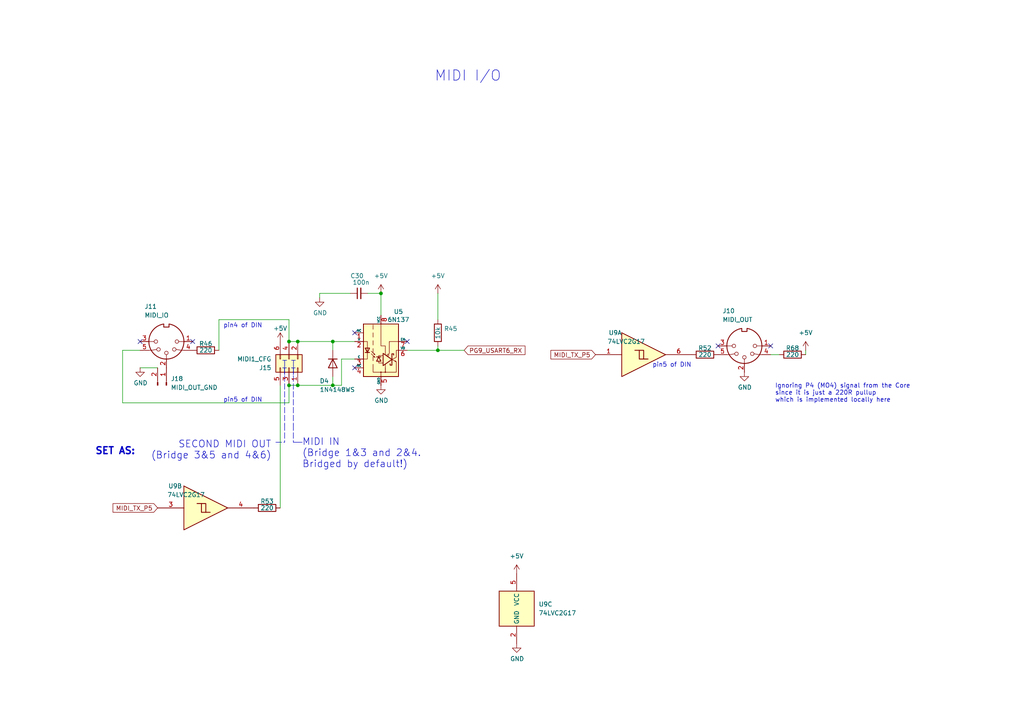
<source format=kicad_sch>
(kicad_sch (version 20250114) (generator "eeschema") (generator_version "9.0")
  (paper "A4")
  (title_block (title "https://github.com/ksoloti/ksoloti-gills") (date "2025-11-19") (rev "v0.6"))
  (lib_symbols
    (symbol "74xGxx:74LVC2G17"
      (property "Reference" "U" (at -1.27 7.62 0))
      (property "Value" "74LVC2G17" (at 2.54 -7.62 0))
      (symbol "74LVC2G17_1_1"
        (polyline (pts (xy -7.62 6.35) (xy -7.62 -6.35) (xy 5.08 0) (xy -7.62 6.35)) (stroke (width 0.254)) (fill (type background)))
        (polyline (pts (xy -3.81 1.27) (xy -2.54 1.27) (xy -2.54 -1.27) (xy 0 -1.27)) (stroke (width 0.254)) (fill (type background)))
        (polyline (pts (xy -2.54 1.27) (xy -1.27 1.27) (xy -1.27 -1.27)) (stroke (width 0.254)) (fill (type background)))
        (pin input line (at -15.24 0 0) (length 7.62) (name "~") (number "1"))
        (pin output line (at 12.7 0 180) (length 7.62) (name "~") (number "6"))
      )
      (symbol "74LVC2G17_2_1"
        (polyline (pts (xy -7.62 6.35) (xy -7.62 -6.35) (xy 5.08 0) (xy -7.62 6.35)) (stroke (width 0.254)) (fill (type background)))
        (polyline (pts (xy -3.81 1.27) (xy -2.54 1.27) (xy -2.54 -1.27) (xy 0 -1.27)) (stroke (width 0.254)) (fill (type background)))
        (polyline (pts (xy -2.54 1.27) (xy -1.27 1.27) (xy -1.27 -1.27)) (stroke (width 0.254)) (fill (type background)))
        (pin input line (at -15.24 0 0) (length 7.62) (name "~") (number "3"))
        (pin output line (at 12.7 0 180) (length 7.62) (name "~") (number "4"))
      )
      (symbol "74LVC2G17_3_0"
        (rectangle (start -5.08 -5.08) (end 5.08 5.08) (stroke (width 0.254)) (fill (type background)))
      )
      (symbol "74LVC2G17_3_1"
        (pin power_in line (at 0 10.16 270) (length 5.08) (name "VCC") (number "5"))
        (pin power_in line (at 0 -10.16 90) (length 5.08) (name "GND") (number "2"))
      )
    )
    (symbol "Connector:Conn_01x02_Pin" (pin_names (offset 1.016) (hide yes))
      (property "Reference" "J" (at 0 2.54 0))
      (property "Value" "Conn_01x02_Pin" (at 0 -5.08 0))
      (symbol "Conn_01x02_Pin_1_1"
        (rectangle (start 0.8636 0.127) (end 0 -0.127) (stroke (width 0.1524)) (fill (type outline)))
        (rectangle (start 0.8636 -2.413) (end 0 -2.667) (stroke (width 0.1524)) (fill (type outline)))
        (polyline (pts (xy 1.27 0) (xy 0.8636 0)) (stroke (width 0.1524)))
        (polyline (pts (xy 1.27 -2.54) (xy 0.8636 -2.54)) (stroke (width 0.1524)))
        (pin passive line (at 5.08 0 180) (length 3.81) (name "Pin_1") (number "1"))
        (pin passive line (at 5.08 -2.54 180) (length 3.81) (name "Pin_2") (number "2"))
      )
    )
    (symbol "Connector:DIN-5_180degree" (pin_names (offset 1.016))
      (property "Reference" "J" (at 3.175 5.715 0))
      (property "Value" "DIN-5_180degree" (at 0 -6.35 0))
      (symbol "DIN-5_180degree_0_1"
        (polyline (pts (xy -5.08 2.54) (xy -4.318 2.54) (xy -2.794 2.286)))
        (polyline (pts (xy -5.08 0) (xy -3.556 0)))
        (circle (center -3.048 0) (radius 0.508))
        (circle (center -2.286 2.286) (radius 0.508))
        (polyline (pts (xy -0.762 -4.953) (xy -0.762 -4.191) (xy 0.762 -4.191) (xy 0.762 -4.953)) (stroke (width 0.254)))
        (arc (start 5.08 0) (mid 3.8673 -3.3444) (end 0.762 -5.08) (stroke (width 0.254)))
        (polyline (pts (xy 0 5.08) (xy 0 3.81)))
        (circle (center 0 3.302) (radius 0.508))
        (arc (start -5.08 0) (mid 0 5.0579) (end 5.08 0) (stroke (width 0.254)))
        (arc (start -0.762 -5.08) (mid -3.8597 -3.3379) (end -5.08 0) (stroke (width 0.254)))
        (circle (center 2.286 2.286) (radius 0.508))
        (circle (center 3.048 0) (radius 0.508))
        (polyline (pts (xy 5.08 2.54) (xy 4.318 2.54) (xy 2.794 2.286)))
        (polyline (pts (xy 5.08 0) (xy 3.556 0)))
      )
      (symbol "DIN-5_180degree_1_1"
        (pin passive line (at -7.62 2.54 0) (length 2.54) (name "~") (number "4"))
        (pin passive line (at -7.62 0 0) (length 2.54) (name "~") (number "1"))
        (pin passive line (at 0 7.62 270) (length 2.54) (name "~") (number "2"))
        (pin passive line (at 7.62 2.54 180) (length 2.54) (name "~") (number "5"))
        (pin passive line (at 7.62 0 180) (length 2.54) (name "~") (number "3"))
      )
    )
    (symbol "Connector_Generic:Conn_02x03_Odd_Even" (pin_names (offset 1.016) (hide yes))
      (property "Reference" "J" (at 1.27 5.08 0))
      (property "Value" "Conn_02x03_Odd_Even" (at 1.27 -5.08 0))
      (symbol "Conn_02x03_Odd_Even_1_1"
        (rectangle (start -1.27 3.81) (end 3.81 -3.81) (stroke (width 0.254)) (fill (type background)))
        (rectangle (start -1.27 2.667) (end 0 2.413) (stroke (width 0.1524)))
        (rectangle (start -1.27 0.127) (end 0 -0.127) (stroke (width 0.1524)))
        (rectangle (start -1.27 -2.413) (end 0 -2.667) (stroke (width 0.1524)))
        (rectangle (start 3.81 2.667) (end 2.54 2.413) (stroke (width 0.1524)))
        (rectangle (start 3.81 0.127) (end 2.54 -0.127) (stroke (width 0.1524)))
        (rectangle (start 3.81 -2.413) (end 2.54 -2.667) (stroke (width 0.1524)))
        (pin passive line (at -5.08 2.54 0) (length 3.81) (name "Pin_1") (number "1"))
        (pin passive line (at -5.08 0 0) (length 3.81) (name "Pin_3") (number "3"))
        (pin passive line (at -5.08 -2.54 0) (length 3.81) (name "Pin_5") (number "5"))
        (pin passive line (at 7.62 2.54 180) (length 3.81) (name "Pin_2") (number "2"))
        (pin passive line (at 7.62 0 180) (length 3.81) (name "Pin_4") (number "4"))
        (pin passive line (at 7.62 -2.54 180) (length 3.81) (name "Pin_6") (number "6"))
      )
    )
    (symbol "Device:C_Small" (pin_numbers (hide yes)) (pin_names (offset 0.254) (hide yes))
      (property "Reference" "C" (at 0.254 1.778 0))
      (property "Value" "C_Small" (at 0.254 -2.032 0))
      (symbol "C_Small_0_1"
        (polyline (pts (xy -1.524 0.508) (xy 1.524 0.508)) (stroke (width 0.3048)))
        (polyline (pts (xy -1.524 -0.508) (xy 1.524 -0.508)) (stroke (width 0.3302)))
      )
      (symbol "C_Small_1_1"
        (pin passive line (at 0 2.54 270) (length 2.032) (name "~") (number "1"))
        (pin passive line (at 0 -2.54 90) (length 2.032) (name "~") (number "2"))
      )
    )
    (symbol "Device:R" (pin_numbers (hide yes)) (pin_names (offset 0))
      (property "Reference" "R" (at 2.032 0 90))
      (property "Value" "R" (at 0 0 90))
      (symbol "R_0_1"
        (rectangle (start -1.016 -2.54) (end 1.016 2.54) (stroke (width 0.254)))
      )
      (symbol "R_1_1"
        (pin passive line (at 0 3.81 270) (length 1.27) (name "~") (number "1"))
        (pin passive line (at 0 -3.81 90) (length 1.27) (name "~") (number "2"))
      )
    )
    (symbol "Diode:1N4148WS" (pin_numbers (hide yes)) (pin_names (hide yes))
      (property "Reference" "D" (at 0 2.54 0))
      (property "Value" "1N4148WS" (at 0 -2.54 0))
      (symbol "1N4148WS_0_1"
        (polyline (pts (xy -1.27 1.27) (xy -1.27 -1.27)) (stroke (width 0.254)))
        (polyline (pts (xy 1.27 1.27) (xy 1.27 -1.27) (xy -1.27 0) (xy 1.27 1.27)) (stroke (width 0.254)))
        (polyline (pts (xy 1.27 0) (xy -1.27 0)))
      )
      (symbol "1N4148WS_1_1"
        (pin passive line (at -3.81 0 0) (length 2.54) (name "K") (number "1"))
        (pin passive line (at 3.81 0 180) (length 2.54) (name "A") (number "2"))
      )
    )
    (symbol "Isolator:6N137" (pin_names (offset 0))
      (property "Reference" "U" (at -4.064 8.89 0))
      (property "Value" "6N137" (at 0 -8.89 0))
      (symbol "6N137_0_1"
        (polyline (pts (xy -5.08 -2.54) (xy -3.937 -2.54) (xy -3.937 2.54) (xy -5.08 2.54)))
        (polyline (pts (xy -2.794 -0.254) (xy -1.717 -1.331) (xy -2.076 -1.152) (xy -1.896 -0.972) (xy -1.717 -1.331)))
        (polyline (pts (xy -2.794 -1.016) (xy -1.717 -2.093) (xy -2.076 -1.914) (xy -1.896 -1.734) (xy -1.717 -2.093)))
        (polyline (pts (xy 0 -6.35) (xy -2.286 -6.35) (xy -2.286 -4.064)))
        (polyline (pts (xy 1.27 -5.08) (xy 1.27 -6.35) (xy 0 -6.35) (xy 0 -7.62)))
        (polyline (pts (xy 3.175 -2.667) (xy 0.635 -4.445) (xy 0.635 -0.889) (xy 3.175 -2.667)) (stroke (width 0.254)))
      )
      (symbol "6N137_1_1"
        (rectangle (start -5.08 7.62) (end 5.08 -7.62) (stroke (width 0.254)) (fill (type background)))
        (polyline (pts (xy -4.572 -0.635) (xy -3.302 -0.635)) (stroke (width 0.254)))
        (polyline (pts (xy -3.937 -0.635) (xy -4.572 0.635) (xy -3.302 0.635) (xy -3.937 -0.635)) (stroke (width 0.254)))
        (polyline (pts (xy -2.286 7.366) (xy -2.286 6.096)))
        (polyline (pts (xy -2.286 5.08) (xy -2.286 3.81)))
        (polyline (pts (xy -2.286 2.794) (xy -2.286 1.524)))
        (polyline (pts (xy -2.286 0.508) (xy -2.286 -0.762)))
        (polyline (pts (xy -2.286 -1.778) (xy -2.286 -3.048)))
        (polyline (pts (xy -1.27 -1.905) (xy 0 -1.905)) (stroke (width 0.254)))
        (polyline (pts (xy -0.635 -1.905) (xy -0.635 -1.524) (xy 0.508 -1.524)))
        (polyline (pts (xy -0.635 -1.905) (xy -1.27 -3.175) (xy 0 -3.175) (xy -0.635 -1.905)) (stroke (width 0.254)))
        (polyline (pts (xy -0.635 -3.302) (xy -0.635 -3.683) (xy 0.635 -3.683)))
        (circle (center 0 -6.35) (radius 0.127) (fill (type outline)))
        (polyline (pts (xy 1.27 -1.27) (xy 1.27 1.27) (xy 0 1.27) (xy 0 7.62)))
        (polyline (pts (xy 1.27 -4.064) (xy 1.27 -6.35) (xy 4.445 -6.35)))
        (circle (center 1.27 -6.35) (radius 0.127) (fill (type outline)))
        (circle (center 2.032 -1.397) (radius 0.254))
        (polyline (pts (xy 2.1844 -1.1684) (xy 2.413 -0.889) (xy 2.413 2.54) (xy 5.08 2.54)))
        (polyline (pts (xy 3.175 -2.667) (xy 4.445 -3.302) (xy 4.445 -6.35)))
        (polyline (pts (xy 3.175 -2.667) (xy 3.175 -1.016) (xy 3.683 -1.016) (xy 3.683 -1.397)) (stroke (width 0.254)))
        (polyline (pts (xy 3.175 -2.667) (xy 3.175 -4.318) (xy 2.667 -4.318) (xy 2.667 -3.937)) (stroke (width 0.254)))
        (polyline (pts (xy 3.175 -2.667) (xy 4.445 -2.032) (xy 4.445 0) (xy 5.08 0)))
        (polyline (pts (xy 4.445 -3.302) (xy 4.161 -3.018) (xy 4.047 -3.246) (xy 4.445 -3.302)) (stroke (width 0.127)) (fill (type outline)))
        (pin passive line (at -7.62 5.08 0) (length 2.54) (name "NC") (number "1"))
        (pin passive line (at -7.62 2.54 0) (length 2.54) (name "A") (number "2"))
        (pin passive line (at -7.62 -2.54 0) (length 2.54) (name "C") (number "3"))
        (pin passive line (at -7.62 -5.08 0) (length 2.54) (name "NC") (number "4"))
        (pin power_in line (at 0 10.16 270) (length 2.54) (name "VCC") (number "8"))
        (pin power_in line (at 0 -10.16 90) (length 2.54) (name "GND") (number "5"))
        (pin input line (at 7.62 2.54 180) (length 2.54) (name "EN") (number "7"))
        (pin open_collector line (at 7.62 0 180) (length 2.54) (name "VO") (number "6"))
      )
    )
    (symbol "power:+5V" (power) (pin_numbers (hide yes)) (pin_names (offset 0) (hide yes))
      (property "Value" "+5V" (at 0 3.556 0))
      (symbol "+5V_0_1"
        (polyline (pts (xy -0.762 1.27) (xy 0 2.54)))
        (polyline (pts (xy 0 2.54) (xy 0.762 1.27)))
        (polyline (pts (xy 0 0) (xy 0 2.54)))
      )
      (symbol "+5V_1_1"
        (pin power_in line (at 0 0 90) (length 0) (name "~") (number "1"))
      )
    )
    (symbol "power:GND" (power) (pin_numbers (hide yes)) (pin_names (offset 0) (hide yes))
      (property "Value" "GND" (at 0 -3.81 0))
      (symbol "GND_0_1"
        (polyline (pts (xy 0 0) (xy 0 -1.27) (xy 1.27 -1.27) (xy 0 -2.54) (xy -1.27 -1.27) (xy 0 -1.27)))
      )
      (symbol "GND_1_1"
        (pin power_in line (at 0 0 270) (length 0) (name "~") (number "1"))
      )
    )
  )
  (text "Ignoring P4 (MO4) signal from the Core\nsince it is just a 220R pullup\nwhich is implemented locally here" (at 224.79 116.84 0) (effects (font (size 1.27 1.27)) (justify left bottom)))
  (text "MIDI IN\n(Bridge 1&3 and 2&4.\nBridged by default!)" (at 87.63 135.89 0) (effects (font (size 2 2)) (justify left bottom)))
  (text "T" (at 81.6795 109.1998 0) (effects (font (size 2 2)) (justify left bottom)))
  (text "pin4 of DIN" (at 64.77 95.25 0) (effects (font (size 1.27 1.27)) (justify left bottom)))
  (text "pin5 of DIN" (at 189.23 106.68 0) (effects (font (size 1.27 1.27)) (justify left bottom)))
  (text "T" (at 84.2195 109.1998 0) (effects (font (size 2 2)) (justify left bottom)))
  (text "pin5 of DIN" (at 64.77 116.84 0) (effects (font (size 1.27 1.27)) (justify left bottom)))
  (text "MIDI I/O" (at 125.984 23.876 0) (effects (font (size 3 3)) (justify left bottom)))
  (text "SECOND MIDI OUT\n(Bridge 3&5 and 4&6)" (at 78.74 133.35 0) (effects (font (size 2 2)) (justify right bottom)))
  (text "T" (at 84.2518 106.999 0) (effects (font (size 2 2)) (justify left bottom)))
  (text "SET AS:" (at 39.37 132.08 0) (effects (font (size 2 2) (thickness 0.4) (bold yes)) (justify right bottom)))
  (text "T" (at 81.7118 106.999 0) (effects (font (size 2 2)) (justify left bottom)))
  (junction (at 86.36 99.06))
  (junction (at 110.49 85.09))
  (junction (at 83.82 111.76))
  (junction (at 127 101.6))
  (junction (at 96.52 99.06))
  (junction (at 83.82 99.06))
  (junction (at 86.36 111.76))
  (junction (at 96.52 111.76))
  (no_connect (at 118.11 99.06))
  (no_connect (at 102.87 96.52))
  (no_connect (at 102.87 106.68))
  (no_connect (at 208.28 100.33))
  (no_connect (at 40.64 99.06))
  (no_connect (at 55.88 99.06))
  (no_connect (at 223.52 100.33))
  (wire (pts (xy 63.5 92.71) (xy 63.5 101.6)))
  (wire (pts (xy 96.52 99.06) (xy 102.87 99.06)))
  (wire (pts (xy 118.11 101.6) (xy 127 101.6)))
  (wire (pts (xy 35.56 101.6) (xy 40.64 101.6)))
  (wire (pts (xy 110.49 85.09) (xy 106.68 85.09)))
  (wire (pts (xy 99.06 104.14) (xy 102.87 104.14)))
  (wire (pts (xy 110.49 85.09) (xy 110.49 91.44)))
  (polyline (pts (xy 80.01 128.27) (xy 82.55 128.27)) (stroke (width 0) (type dash)))
  (wire (pts (xy 86.36 99.06) (xy 96.52 99.06)))
  (polyline (pts (xy 85.09 128.27) (xy 86.36 128.27)) (stroke (width 0) (type dash)))
  (wire (pts (xy 83.82 92.71) (xy 63.5 92.71)))
  (polyline (pts (xy 86.36 128.27) (xy 87.63 128.27)) (stroke (width 0) (type dash)))
  (wire (pts (xy 81.28 111.76) (xy 81.28 147.32)))
  (wire (pts (xy 35.56 101.6) (xy 35.56 116.84)))
  (wire (pts (xy 96.52 109.22) (xy 96.52 111.76)))
  (wire (pts (xy 223.52 102.87) (xy 226.06 102.87)))
  (polyline (pts (xy 82.55 123.19) (xy 82.55 128.27)) (stroke (width 0) (type dash)))
  (wire (pts (xy 96.52 111.76) (xy 86.36 111.76)))
  (wire (pts (xy 96.52 111.76) (xy 99.06 111.76)))
  (wire (pts (xy 99.06 111.76) (xy 99.06 104.14)))
  (wire (pts (xy 83.82 111.76) (xy 86.36 111.76)))
  (wire (pts (xy 127 101.6) (xy 127 100.33)))
  (wire (pts (xy 92.71 86.36) (xy 92.71 85.09)))
  (wire (pts (xy 96.52 99.06) (xy 96.52 101.6)))
  (wire (pts (xy 233.68 101.6) (xy 233.68 102.87)))
  (wire (pts (xy 83.82 116.84) (xy 35.56 116.84)))
  (wire (pts (xy 83.82 99.06) (xy 86.36 99.06)))
  (wire (pts (xy 92.71 85.09) (xy 101.6 85.09)))
  (wire (pts (xy 83.82 99.06) (xy 83.82 92.71)))
  (wire (pts (xy 83.82 111.76) (xy 83.82 116.84)))
  (polyline (pts (xy 82.55 106.68) (xy 82.55 123.19)) (stroke (width 0) (type dash)))
  (polyline (pts (xy 85.09 123.19) (xy 85.09 128.27)) (stroke (width 0) (type dash)))
  (wire (pts (xy 40.64 106.68) (xy 45.72 106.68)))
  (wire (pts (xy 127 101.6) (xy 134.62 101.6)))
  (polyline (pts (xy 85.09 106.68) (xy 85.09 123.19)) (stroke (width 0) (type dash)))
  (wire (pts (xy 127 85.09) (xy 127 92.71)))
  (global_label "MIDI_TX_P5" (shape input) (at 172.72 102.87 180) (property "Intersheetrefs" "${INTERSHEET_REFS}" (effects (hide yes))))
  (global_label "MIDI_TX_P5" (shape input) (at 45.72 147.32 180) (property "Intersheetrefs" "${INTERSHEET_REFS}" (effects (hide yes))))
  (global_label "PG9_USART6_RX" (shape input) (at 134.62 101.6 0) (property "Intersheetrefs" "${INTERSHEET_REFS}" (effects (hide yes))))
  (symbol (lib_id "power:GND") (at 40.64 106.68 0) (unit 1)
    (property "Reference" "#PWR0151" (effects (hide yes)))
    (property "Value" "GND" (at 40.767 111.0742 0))
    (property "Description" "Power symbol creates a global label with name \"GND\" , ground" (effects (hide yes)))
  )
  (symbol (lib_id "74xGxx:74LVC2G17") (at 149.86 176.53 0) (unit 3)
    (property "Reference" "U9" (at 156.21 175.2599 0) (effects (justify left)))
    (property "Value" "74LVC2G17" (at 156.21 177.7999 0) (effects (justify left)))
    (property "Footprint" "Package_TO_SOT_SMD:SOT-23-6" (effects (hide yes)))
    (property "Datasheet" "http://www.ti.com/lit/sg/scyt129e/scyt129e.pdf" (effects (hide yes)))
    (property "Description" "Dual Buffer, Schmitt Triggered, Low-Voltage CMOS" (effects (hide yes)))
  )
  (symbol (lib_id "power:GND") (at 149.86 186.69 0) (unit 1)
    (property "Reference" "#PWR0120" (effects (hide yes)))
    (property "Value" "GND" (at 149.987 191.0842 0))
    (property "Description" "Power symbol creates a global label with name \"GND\" , ground" (effects (hide yes)))
  )
  (symbol (lib_id "Diode:1N4148WS") (at 96.52 105.41 270) (unit 1)
    (property "Reference" "D4" (at 92.71 110.49 90) (effects (justify left)))
    (property "Value" "1N4148WS" (at 92.71 113.03 90) (effects (justify left)))
    (property "Footprint" "Diode_SMD:D_SOD-323" (effects (hide yes)))
    (property "Datasheet" "https://www.vishay.com/docs/85751/1n4148ws.pdf" (effects (hide yes)))
    (property "Description" "75V 0.15A Fast switching Diode, SOD-323" (effects (hide yes)))
    (property "Sim.Device" "D" (effects (hide yes)))
    (property "Sim.Pins" "1=K 2=A" (effects (hide yes)))
  )
  (symbol (lib_id "power:+5V") (at 233.68 101.6 0) (unit 1)
    (property "Reference" "#PWR0122" (effects (hide yes)))
    (property "Value" "+5V" (at 233.68 96.52 0))
    (property "Description" "Power symbol creates a global label with name \"+5V\"" (effects (hide yes)))
  )
  (symbol (lib_id "74xGxx:74LVC2G17") (at 60.96 147.32 0) (unit 2)
    (property "Reference" "U9" (at 50.8 140.97 0))
    (property "Value" "74LVC2G17" (at 53.975 143.51 0))
    (property "Footprint" "Package_TO_SOT_SMD:SOT-23-6" (effects (hide yes)))
    (property "Datasheet" "http://www.ti.com/lit/sg/scyt129e/scyt129e.pdf" (effects (hide yes)))
    (property "Description" "Dual Buffer, Schmitt Triggered, Low-Voltage CMOS" (effects (hide yes)))
  )
  (symbol (lib_id "Device:R") (at 127 96.52 180) (unit 1)
    (property "Reference" "R45" (at 128.778 95.3516 0) (effects (justify right)))
    (property "Value" "10k" (at 127 98.425 90) (effects (justify right)))
    (property "Footprint" "Resistor_SMD:R_0603_1608Metric" (effects (hide yes)))
    (property "Description" "Resistor" (effects (hide yes)))
  )
  (symbol (lib_id "Device:R") (at 59.69 101.6 270) (unit 1)
    (property "Reference" "R46" (at 59.69 99.695 90))
    (property "Value" "220" (at 59.69 101.6 90))
    (property "Footprint" "Resistor_SMD:R_0603_1608Metric" (effects (hide yes)))
    (property "Description" "Resistor" (effects (hide yes)))
  )
  (symbol (lib_id "power:GND") (at 92.71 86.36 0) (unit 1)
    (property "Reference" "#PWR06" (effects (hide yes)))
    (property "Value" "GND" (at 92.837 90.7542 0))
    (property "Description" "Power symbol creates a global label with name \"GND\" , ground" (effects (hide yes)))
  )
  (symbol (lib_id "power:+5V") (at 127 85.09 0) (unit 1)
    (property "Reference" "#PWR04" (effects (hide yes)))
    (property "Value" "+5V" (at 127 80.01 0))
    (property "Description" "Power symbol creates a global label with name \"+5V\"" (effects (hide yes)))
  )
  (symbol (lib_id "Device:R") (at 204.47 102.87 270) (unit 1)
    (property "Reference" "R52" (at 204.47 100.965 90))
    (property "Value" "220" (at 204.47 102.87 90))
    (property "Footprint" "Resistor_SMD:R_0603_1608Metric" (effects (hide yes)))
    (property "Description" "Resistor" (effects (hide yes)))
  )
  (symbol (lib_id "Connector:DIN-5_180degree") (at 48.26 99.06 180) (unit 1)
    (property "Reference" "J11" (at 41.91 88.9 0) (effects (justify right)))
    (property "Value" "MIDI_IO" (at 41.91 91.44 0) (effects (justify right)))
    (property "Footprint" "Library:MIDI_DIN-5_DS-5-01c" (effects (hide yes)))
    (property "Datasheet" "http://www.mouser.com/ds/2/18/40_c091_abd_e-75918.pdf" (effects (hide yes)))
    (property "Description" "5-pin DIN connector (5-pin DIN-5 stereo)" (effects (hide yes)))
  )
  (symbol (lib_id "Isolator:6N137") (at 110.49 101.6 0) (unit 1)
    (property "Reference" "U5" (at 115.57 90.3986 0))
    (property "Value" "6N137" (at 115.57 92.71 0))
    (property "Footprint" "Package_DIP:SMDIP-8_W9.53mm" (effects (hide yes)))
    (property "Datasheet" "https://docs.broadcom.com/docs/AV02-0940EN" (effects (hide yes)))
    (property "Description" "Single High Speed LSTTL/TTL Compatible Optocoupler with enable, dV/dt 1000/us, VCM 10, max 7V VCC, DIP-8" (effects (hide yes)))
  )
  (symbol (lib_id "power:+5V") (at 149.86 166.37 0) (unit 1)
    (property "Reference" "#PWR0139" (effects (hide yes)))
    (property "Value" "+5V" (at 149.86 161.29 0))
    (property "Description" "Power symbol creates a global label with name \"+5V\"" (effects (hide yes)))
  )
  (symbol (lib_id "power:GND") (at 110.49 111.76 0) (unit 1)
    (property "Reference" "#PWR038" (effects (hide yes)))
    (property "Value" "GND" (at 110.617 116.1542 0))
    (property "Description" "Power symbol creates a global label with name \"GND\" , ground" (effects (hide yes)))
  )
  (symbol (lib_id "power:GND") (at 215.9 107.95 0) (unit 1)
    (property "Reference" "#PWR09" (effects (hide yes)))
    (property "Value" "GND" (at 216.027 112.3442 0))
    (property "Description" "Power symbol creates a global label with name \"GND\" , ground" (effects (hide yes)))
  )
  (symbol (lib_id "power:+5V") (at 110.49 85.09 0) (unit 1)
    (property "Reference" "#PWR03" (effects (hide yes)))
    (property "Value" "+5V" (at 110.49 80.01 0))
    (property "Description" "Power symbol creates a global label with name \"+5V\"" (effects (hide yes)))
  )
  (symbol (lib_id "Device:R") (at 77.47 147.32 270) (unit 1)
    (property "Reference" "R53" (at 77.47 145.415 90))
    (property "Value" "220" (at 77.47 147.32 90))
    (property "Footprint" "Resistor_SMD:R_0603_1608Metric" (effects (hide yes)))
    (property "Description" "Resistor" (effects (hide yes)))
  )
  (symbol (lib_id "Connector_Generic:Conn_02x03_Odd_Even") (at 83.82 106.68 270) (mirror x) (unit 1)
    (property "Reference" "J15" (at 78.74 106.68 90) (effects (justify right)))
    (property "Value" "MIDI1_CFG" (at 78.74 104.14 90) (effects (justify right)))
    (property "Footprint" "Connector_PinHeader_2.54mm:PinHeader_2x03_P2.54mm_Vertical" (effects (hide yes)))
    (property "Description" "Generic connector, double row, 02x03, odd/even pin numbering scheme (row 1 odd numbers, row 2 even numbers), script generated (kicad-library-utils/schlib/autogen/connector/)" (effects (hide yes)))
  )
  (symbol (lib_id "74xGxx:74LVC2G17") (at 187.96 102.87 0) (unit 1)
    (property "Reference" "U9" (at 178.435 96.52 0))
    (property "Value" "74LVC2G17" (at 181.61 99.06 0))
    (property "Footprint" "Package_TO_SOT_SMD:SOT-23-6" (effects (hide yes)))
    (property "Datasheet" "http://www.ti.com/lit/sg/scyt129e/scyt129e.pdf" (effects (hide yes)))
    (property "Description" "Dual Buffer, Schmitt Triggered, Low-Voltage CMOS" (effects (hide yes)))
  )
  (symbol (lib_id "power:+5V") (at 81.28 99.06 0) (unit 1)
    (property "Reference" "#PWR0140" (effects (hide yes)))
    (property "Value" "+5V" (at 81.28 95.25 0))
    (property "Description" "Power symbol creates a global label with name \"+5V\"" (effects (hide yes)))
  )
  (symbol (lib_id "Connector:Conn_01x02_Pin") (at 48.26 111.76 270) (mirror x) (unit 1)
    (property "Reference" "J18" (at 49.53 109.8549 90) (effects (justify left)))
    (property "Value" "MIDI_OUT_GND" (at 49.53 112.3949 90) (effects (justify left)))
    (property "Footprint" "Connector_PinHeader_2.54mm:PinHeader_1x02_P2.54mm_Vertical" (effects (hide yes)))
    (property "Description" "Generic connector, single row, 01x02, script generated" (effects (hide yes)))
  )
  (symbol (lib_id "Device:C_Small") (at 104.14 85.09 90) (unit 1)
    (property "Reference" "C30" (at 101.6 80.01 90) (effects (justify right)))
    (property "Value" "100n" (at 102.235 81.915 90) (effects (justify right)))
    (property "Footprint" "Capacitor_SMD:C_0603_1608Metric" (effects (hide yes)))
    (property "Description" "Unpolarized capacitor, small symbol" (effects (hide yes)))
  )
  (symbol (lib_id "Device:R") (at 229.87 102.87 270) (unit 1)
    (property "Reference" "R68" (at 229.87 100.965 90))
    (property "Value" "220" (at 229.87 102.87 90))
    (property "Footprint" "Resistor_SMD:R_0603_1608Metric" (effects (hide yes)))
    (property "Description" "Resistor" (effects (hide yes)))
  )
  (symbol (lib_id "Connector:DIN-5_180degree") (at 215.9 100.33 180) (unit 1)
    (property "Reference" "J10" (at 209.55 90.17 0) (effects (justify right)))
    (property "Value" "MIDI_OUT" (at 209.55 92.71 0) (effects (justify right)))
    (property "Footprint" "Library:MIDI_DIN-5_DS-5-01c" (effects (hide yes)))
    (property "Datasheet" "http://www.mouser.com/ds/2/18/40_c091_abd_e-75918.pdf" (effects (hide yes)))
    (property "Description" "5-pin DIN connector (5-pin DIN-5 stereo)" (effects (hide yes)))
  )
)
</source>
